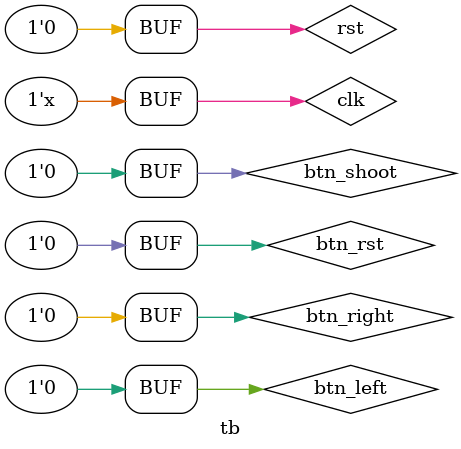
<source format=v>
`timescale 1ns / 1ps

module tb;

	// Inputs
	reg clk;
	reg rst;
	reg btn_right;
	reg btn_left;
	reg btn_shoot;
	reg btn_rst;

	// Outputs
	wire [3:0] an_lives;
	wire [6:0] seg_lives;
	wire an_score;
	wire [6:0] seg_score;
	wire [7:0] vga_color;
	wire hsync;
	wire vsync;

	// Instantiate the Unit Under Test (UUT)
	space_invaders uut (
		.clk(clk), 
		.rst(rst), 
		.btn_right(btn_right), 
		.btn_left(btn_left), 
		.btn_shoot(btn_shoot), 
		.btn_rst(btn_rst), 
		.an_lives(an_lives), 
		.seg_lives(seg_lives), 
		.an_score(an_score), 
		.seg_score(seg_score), 
		.vga_color(vga_color), 
		.hsync(hsync), 
		.vsync(vsync)
	);

	initial begin
		// Initialize Inputs
		clk = 0;
		rst = 0;
		btn_right = 0;
		btn_left = 0;
		btn_shoot = 0;
		btn_rst = 0;

		// Wait 100 ns for global reset to finish
		#100;
		rst = 1;
		#100;
		rst = 0;
        
		// Add stimulus here
		
	end
	
	// 100 MHz clk
	always #5 clk = ~clk;
      
endmodule


</source>
